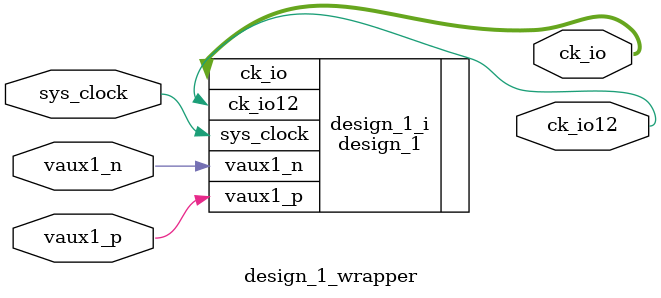
<source format=v>
`timescale 1 ps / 1 ps

module design_1_wrapper
   (ck_io,
    ck_io12,
    sys_clock,
    vaux1_n,
    vaux1_p);
  output [11:0]ck_io;
  output ck_io12;
  input sys_clock;
  input vaux1_n;
  input vaux1_p;

  wire [11:0]ck_io;
  wire ck_io12;
  wire sys_clock;
  wire vaux1_n;
  wire vaux1_p;

  design_1 design_1_i
       (.ck_io(ck_io),
        .ck_io12(ck_io12),
        .sys_clock(sys_clock),
        .vaux1_n(vaux1_n),
        .vaux1_p(vaux1_p));
endmodule

</source>
